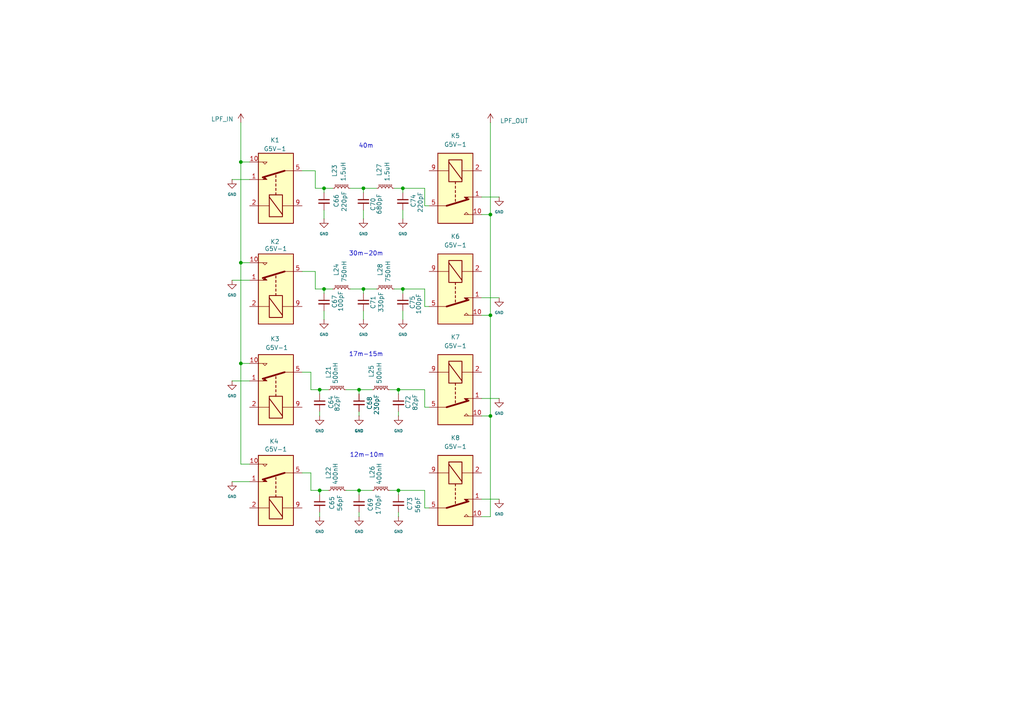
<source format=kicad_sch>
(kicad_sch (version 20250114) (generator "eeschema") (generator_version "9.0")
  (paper "A4")
  (title_block (title "Omega Radio") (comment 1 "LPF( PA continuation)"))
  (lib_symbols
    (symbol "Device:C_Small" (pin_numbers (hide yes)) (pin_names (offset 0.254) (hide yes))
      (property "Reference" "C" (at 0.254 1.778 0))
      (property "Value" "C_Small" (at 0.254 -2.032 0))
      (symbol "C_Small_0_1"
        (polyline (pts (xy -1.524 0.508) (xy 1.524 0.508)) (stroke (width 0.3048)))
        (polyline (pts (xy -1.524 -0.508) (xy 1.524 -0.508)) (stroke (width 0.3302)))
      )
      (symbol "C_Small_1_1"
        (pin passive line (at 0 2.54 270) (length 2.032) (name "~") (number "1"))
        (pin passive line (at 0 -2.54 90) (length 2.032) (name "~") (number "2"))
      )
    )
    (symbol "Device:L_Ferrite_Small" (pin_numbers (hide yes)) (pin_names (offset 0.254) (hide yes))
      (property "Reference" "L" (at 1.27 1.016 0))
      (property "Value" "L_Ferrite_Small" (at 1.27 -1.27 0))
      (symbol "L_Ferrite_Small_0_1"
        (arc (start 0 2.032) (mid 0.5058 1.524) (end 0 1.016))
        (arc (start 0 1.016) (mid 0.5058 0.508) (end 0 0))
        (arc (start 0 0) (mid 0.5058 -0.508) (end 0 -1.016))
        (arc (start 0 -1.016) (mid 0.5058 -1.524) (end 0 -2.032))
        (polyline (pts (xy 0.762 1.651) (xy 0.762 1.905)))
        (polyline (pts (xy 0.762 1.143) (xy 0.762 1.397)))
        (polyline (pts (xy 0.762 0.635) (xy 0.762 0.889)))
        (polyline (pts (xy 0.762 0.127) (xy 0.762 0.381)))
        (polyline (pts (xy 0.762 -0.381) (xy 0.762 -0.127)))
        (polyline (pts (xy 0.762 -0.889) (xy 0.762 -0.635)))
        (polyline (pts (xy 0.762 -1.397) (xy 0.762 -1.143)))
        (polyline (pts (xy 0.762 -1.905) (xy 0.762 -1.651)))
        (polyline (pts (xy 1.016 1.905) (xy 1.016 1.651)))
        (polyline (pts (xy 1.016 1.397) (xy 1.016 1.143)))
        (polyline (pts (xy 1.016 0.889) (xy 1.016 0.635)))
        (polyline (pts (xy 1.016 0.381) (xy 1.016 0.127)))
        (polyline (pts (xy 1.016 -0.127) (xy 1.016 -0.381)))
        (polyline (pts (xy 1.016 -0.635) (xy 1.016 -0.889)))
        (polyline (pts (xy 1.016 -1.143) (xy 1.016 -1.397)))
        (polyline (pts (xy 1.016 -1.651) (xy 1.016 -1.905)))
      )
      (symbol "L_Ferrite_Small_1_1"
        (pin passive line (at 0 2.54 270) (length 0.508) (name "~") (number "1"))
        (pin passive line (at 0 -2.54 90) (length 0.508) (name "~") (number "2"))
      )
    )
    (symbol "Relay:G5V-1"
      (property "Reference" "K" (at 11.43 3.81 0))
      (property "Value" "G5V-1" (at 11.43 1.27 0))
      (symbol "G5V-1_0_0"
        (polyline (pts (xy 7.62 5.08) (xy 7.62 2.54) (xy 6.985 3.175) (xy 7.62 3.81)))
      )
      (symbol "G5V-1_0_1"
        (rectangle (start -10.16 5.08) (end 10.16 -5.08) (stroke (width 0.254)) (fill (type background)))
        (rectangle (start -8.255 1.905) (end -1.905 -1.905) (stroke (width 0.254)))
        (polyline (pts (xy -7.62 -1.905) (xy -2.54 1.905)) (stroke (width 0.254)))
        (polyline (pts (xy -5.08 5.08) (xy -5.08 1.905)))
        (polyline (pts (xy -5.08 -5.08) (xy -5.08 -1.905)))
        (polyline (pts (xy -1.905 0) (xy -1.27 0)) (stroke (width 0.254)))
        (polyline (pts (xy -0.635 0) (xy 0 0)) (stroke (width 0.254)))
        (polyline (pts (xy 0.635 0) (xy 1.27 0)) (stroke (width 0.254)))
        (polyline (pts (xy 1.905 0) (xy 2.54 0)) (stroke (width 0.254)))
        (polyline (pts (xy 2.54 5.08) (xy 2.54 2.54) (xy 3.175 3.175) (xy 2.54 3.81)) (fill (type outline)))
        (polyline (pts (xy 3.175 0) (xy 3.81 0)) (stroke (width 0.254)))
        (polyline (pts (xy 5.08 -2.54) (xy 3.175 3.81)) (stroke (width 0.508)))
        (polyline (pts (xy 5.08 -2.54) (xy 5.08 -5.08)))
      )
      (symbol "G5V-1_1_1"
        (pin passive line (at -5.08 7.62 270) (length 2.54) (name "~") (number "2"))
        (pin passive line (at -5.08 -7.62 90) (length 2.54) (name "~") (number "9"))
        (pin passive line (at 2.54 7.62 270) (length 2.54) (name "~") (number "1"))
        (pin passive line (at 5.08 -7.62 90) (length 2.54) (name "~") (number "5"))
        (pin passive line (at 5.08 -7.62 90) (length 2.54) (hide yes) (name "~") (number "6"))
        (pin passive line (at 7.62 7.62 270) (length 2.54) (name "~") (number "10"))
      )
    )
    (symbol "power:+12V" (power) (pin_numbers (hide yes)) (pin_names (offset 0) (hide yes))
      (property "Value" "+12V" (at 0 3.556 0))
      (symbol "+12V_0_1"
        (polyline (pts (xy -0.762 1.27) (xy 0 2.54)))
        (polyline (pts (xy 0 2.54) (xy 0.762 1.27)))
        (polyline (pts (xy 0 0) (xy 0 2.54)))
      )
      (symbol "+12V_1_1"
        (pin power_in line (at 0 0 90) (length 0) (name "~") (number "1"))
      )
    )
    (symbol "power:GND" (power) (pin_numbers (hide yes)) (pin_names (offset 0) (hide yes))
      (property "Value" "GND" (at 0 -3.81 0))
      (symbol "GND_0_1"
        (polyline (pts (xy 0 0) (xy 0 -1.27) (xy 1.27 -1.27) (xy 0 -2.54) (xy -1.27 -1.27) (xy 0 -1.27)))
      )
      (symbol "GND_1_1"
        (pin power_in line (at 0 0 270) (length 0) (name "~") (number "1"))
      )
    )
  )
  (text "17m-15m" (at 106.172 102.87 0) (effects (font (size 1.27 1.27))))
  (text "12m-10m" (at 106.426 132.08 0) (effects (font (size 1.27 1.27))))
  (text "40m" (at 106.172 42.418 0) (effects (font (size 1.27 1.27))))
  (text "30m-20m" (at 106.172 73.66 0) (effects (font (size 1.27 1.27))))
  (junction (at 93.98 83.82))
  (junction (at 93.98 54.61))
  (junction (at 142.24 91.44))
  (junction (at 104.14 113.03))
  (junction (at 69.85 76.2))
  (junction (at 69.85 105.41))
  (junction (at 115.57 142.24))
  (junction (at 142.24 120.65))
  (junction (at 142.24 62.23))
  (junction (at 92.71 142.24))
  (junction (at 116.84 83.82))
  (junction (at 116.84 54.61))
  (junction (at 105.41 83.82))
  (junction (at 69.85 46.99))
  (junction (at 115.57 113.03))
  (junction (at 92.71 113.03))
  (junction (at 105.41 54.61))
  (junction (at 104.14 142.24))
  (wire (pts (xy 104.14 142.24) (xy 104.14 143.51)))
  (wire (pts (xy 92.71 114.3) (xy 92.71 113.03)))
  (wire (pts (xy 91.44 49.53) (xy 91.44 54.61)))
  (wire (pts (xy 114.3 54.61) (xy 116.84 54.61)))
  (wire (pts (xy 93.98 90.17) (xy 93.98 92.71)))
  (wire (pts (xy 90.17 137.16) (xy 90.17 142.24)))
  (wire (pts (xy 114.3 83.82) (xy 116.84 83.82)))
  (wire (pts (xy 115.57 120.65) (xy 115.57 119.38)))
  (wire (pts (xy 139.7 149.86) (xy 142.24 149.86)))
  (wire (pts (xy 124.46 118.11) (xy 123.19 118.11)))
  (wire (pts (xy 101.6 54.61) (xy 105.41 54.61)))
  (wire (pts (xy 116.84 83.82) (xy 116.84 85.09)))
  (wire (pts (xy 96.52 54.61) (xy 93.98 54.61)))
  (wire (pts (xy 139.7 120.65) (xy 142.24 120.65)))
  (wire (pts (xy 113.03 142.24) (xy 115.57 142.24)))
  (wire (pts (xy 105.41 83.82) (xy 105.41 85.09)))
  (wire (pts (xy 69.85 105.41) (xy 69.85 134.62)))
  (wire (pts (xy 93.98 54.61) (xy 91.44 54.61)))
  (wire (pts (xy 93.98 85.09) (xy 93.98 83.82)))
  (wire (pts (xy 123.19 113.03) (xy 115.57 113.03)))
  (wire (pts (xy 90.17 107.95) (xy 87.63 107.95)))
  (wire (pts (xy 93.98 60.96) (xy 93.98 63.5)))
  (wire (pts (xy 69.85 76.2) (xy 69.85 105.41)))
  (wire (pts (xy 104.14 142.24) (xy 107.95 142.24)))
  (wire (pts (xy 104.14 113.03) (xy 104.14 114.3)))
  (wire (pts (xy 92.71 143.51) (xy 92.71 142.24)))
  (wire (pts (xy 142.24 120.65) (xy 142.24 149.86)))
  (wire (pts (xy 115.57 149.86) (xy 115.57 148.59)))
  (wire (pts (xy 69.85 46.99) (xy 72.39 46.99)))
  (wire (pts (xy 69.85 35.56) (xy 69.85 46.99)))
  (wire (pts (xy 142.24 62.23) (xy 142.24 91.44)))
  (wire (pts (xy 113.03 113.03) (xy 115.57 113.03)))
  (wire (pts (xy 93.98 83.82) (xy 91.44 83.82)))
  (wire (pts (xy 72.39 76.2) (xy 69.85 76.2)))
  (wire (pts (xy 142.24 62.23) (xy 142.24 35.56)))
  (wire (pts (xy 95.25 113.03) (xy 92.71 113.03)))
  (wire (pts (xy 123.19 147.32) (xy 123.19 142.24)))
  (wire (pts (xy 144.78 115.57) (xy 139.7 115.57)))
  (wire (pts (xy 104.14 149.86) (xy 104.14 148.59)))
  (wire (pts (xy 123.19 142.24) (xy 115.57 142.24)))
  (wire (pts (xy 139.7 62.23) (xy 142.24 62.23)))
  (wire (pts (xy 139.7 91.44) (xy 142.24 91.44)))
  (wire (pts (xy 72.39 105.41) (xy 69.85 105.41)))
  (wire (pts (xy 142.24 91.44) (xy 142.24 120.65)))
  (wire (pts (xy 124.46 88.9) (xy 123.19 88.9)))
  (wire (pts (xy 95.25 142.24) (xy 92.71 142.24)))
  (wire (pts (xy 104.14 113.03) (xy 107.95 113.03)))
  (wire (pts (xy 93.98 55.88) (xy 93.98 54.61)))
  (wire (pts (xy 105.41 63.5) (xy 105.41 60.96)))
  (wire (pts (xy 67.31 139.7) (xy 72.39 139.7)))
  (wire (pts (xy 123.19 59.69) (xy 123.19 54.61)))
  (wire (pts (xy 144.78 144.78) (xy 139.7 144.78)))
  (wire (pts (xy 67.31 110.49) (xy 72.39 110.49)))
  (wire (pts (xy 123.19 88.9) (xy 123.19 83.82)))
  (wire (pts (xy 87.63 78.74) (xy 91.44 78.74)))
  (wire (pts (xy 116.84 54.61) (xy 116.84 55.88)))
  (wire (pts (xy 72.39 134.62) (xy 69.85 134.62)))
  (wire (pts (xy 105.41 83.82) (xy 109.22 83.82)))
  (wire (pts (xy 124.46 59.69) (xy 123.19 59.69)))
  (wire (pts (xy 105.41 54.61) (xy 109.22 54.61)))
  (wire (pts (xy 91.44 49.53) (xy 87.63 49.53)))
  (wire (pts (xy 116.84 63.5) (xy 116.84 60.96)))
  (wire (pts (xy 124.46 147.32) (xy 123.19 147.32)))
  (wire (pts (xy 115.57 113.03) (xy 115.57 114.3)))
  (wire (pts (xy 96.52 83.82) (xy 93.98 83.82)))
  (wire (pts (xy 91.44 78.74) (xy 91.44 83.82)))
  (wire (pts (xy 90.17 107.95) (xy 90.17 113.03)))
  (wire (pts (xy 100.33 113.03) (xy 104.14 113.03)))
  (wire (pts (xy 116.84 92.71) (xy 116.84 90.17)))
  (wire (pts (xy 67.31 81.28) (xy 72.39 81.28)))
  (wire (pts (xy 123.19 54.61) (xy 116.84 54.61)))
  (wire (pts (xy 100.33 142.24) (xy 104.14 142.24)))
  (wire (pts (xy 92.71 113.03) (xy 90.17 113.03)))
  (wire (pts (xy 92.71 148.59) (xy 92.71 149.86)))
  (wire (pts (xy 115.57 142.24) (xy 115.57 143.51)))
  (wire (pts (xy 101.6 83.82) (xy 105.41 83.82)))
  (wire (pts (xy 105.41 54.61) (xy 105.41 55.88)))
  (wire (pts (xy 123.19 118.11) (xy 123.19 113.03)))
  (wire (pts (xy 90.17 137.16) (xy 87.63 137.16)))
  (wire (pts (xy 144.78 86.36) (xy 139.7 86.36)))
  (wire (pts (xy 104.14 120.65) (xy 104.14 119.38)))
  (wire (pts (xy 144.78 57.15) (xy 139.7 57.15)))
  (wire (pts (xy 92.71 142.24) (xy 90.17 142.24)))
  (wire (pts (xy 69.85 76.2) (xy 69.85 46.99)))
  (wire (pts (xy 123.19 83.82) (xy 116.84 83.82)))
  (wire (pts (xy 92.71 119.38) (xy 92.71 120.65)))
  (wire (pts (xy 105.41 92.71) (xy 105.41 90.17)))
  (wire (pts (xy 67.31 52.07) (xy 72.39 52.07)))
  (symbol (lib_id "power:GND") (at 104.14 120.65 0) (unit 1)
    (property "Reference" "#PWR0114" (effects (hide yes)))
    (property "Value" "GND" (at 104.14 124.968 0) (effects (font (size 0.8 0.8))))
    (property "Description" "Power symbol creates a global label with name \"GND\" , ground" (effects (hide yes)))
  )
  (symbol (lib_id "Device:C_Small") (at 93.98 87.63 0) (unit 1)
    (property "Reference" "C67" (at 97.028 89.408 90) (effects (justify left)))
    (property "Value" "100pF" (at 98.806 90.424 90) (effects (justify left)))
    (property "Description" "Unpolarized capacitor, small symbol" (effects (hide yes)))
  )
  (symbol (lib_id "Device:C_Small") (at 116.84 87.63 0) (unit 1)
    (property "Reference" "C75" (at 119.634 89.662 90) (effects (justify left)))
    (property "Value" "100pF" (at 121.412 91.186 90) (effects (justify left)))
    (property "Description" "Unpolarized capacitor, small symbol" (effects (hide yes)))
  )
  (symbol (lib_id "power:GND") (at 116.84 63.5 0) (unit 1)
    (property "Reference" "#PWR0120" (effects (hide yes)))
    (property "Value" "GND" (at 116.84 67.818 0) (effects (font (size 0.8 0.8))))
    (property "Description" "Power symbol creates a global label with name \"GND\" , ground" (effects (hide yes)))
  )
  (symbol (lib_id "Device:C_Small") (at 116.84 58.42 0) (unit 1)
    (property "Reference" "C74" (at 119.888 60.198 90) (effects (justify left)))
    (property "Value" "220pF" (at 121.92 61.722 90) (effects (justify left)))
    (property "Description" "Unpolarized capacitor, small symbol" (effects (hide yes)))
  )
  (symbol (lib_id "power:GND") (at 67.31 81.28 0) (unit 1)
    (property "Reference" "#PWR0106" (effects (hide yes)))
    (property "Value" "GND" (at 67.31 85.598 0) (effects (font (size 0.8 0.8))))
    (property "Description" "Power symbol creates a global label with name \"GND\" , ground" (effects (hide yes)))
  )
  (symbol (lib_id "power:GND") (at 93.98 63.5 0) (unit 1)
    (property "Reference" "#PWR0112" (effects (hide yes)))
    (property "Value" "GND" (at 93.98 67.818 0) (effects (font (size 0.8 0.8))))
    (property "Description" "Power symbol creates a global label with name \"GND\" , ground" (effects (hide yes)))
  )
  (symbol (lib_id "Device:L_Ferrite_Small") (at 111.76 83.82 90) (unit 1)
    (property "Reference" "L28" (at 110.236 78.232 0))
    (property "Value" "750nH" (at 112.522 78.74 0))
    (property "Description" "Inductor with ferrite core, small symbol" (effects (hide yes)))
  )
  (symbol (lib_id "Device:L_Ferrite_Small") (at 111.76 54.61 90) (unit 1)
    (property "Reference" "L27" (at 109.982 49.276 0))
    (property "Value" "1.5uH" (at 112.268 49.784 0))
    (property "Description" "Inductor with ferrite core, small symbol" (effects (hide yes)))
  )
  (symbol (lib_id "Device:L_Ferrite_Small") (at 110.49 142.24 90) (unit 1)
    (property "Reference" "L26" (at 107.95 136.906 0))
    (property "Value" "400nH" (at 109.982 137.414 0))
    (property "Description" "Inductor with ferrite core, small symbol" (effects (hide yes)))
  )
  (symbol (lib_id "power:GND") (at 93.98 92.71 0) (unit 1)
    (property "Reference" "#PWR0113" (effects (hide yes)))
    (property "Value" "GND" (at 93.98 97.028 0) (effects (font (size 0.8 0.8))))
    (property "Description" "Power symbol creates a global label with name \"GND\" , ground" (effects (hide yes)))
  )
  (symbol (lib_id "power:GND") (at 67.31 139.7 0) (unit 1)
    (property "Reference" "#PWR0108" (effects (hide yes)))
    (property "Value" "GND" (at 67.31 144.018 0) (effects (font (size 0.8 0.8))))
    (property "Description" "Power symbol creates a global label with name \"GND\" , ground" (effects (hide yes)))
  )
  (symbol (lib_id "Relay:G5V-1") (at 80.01 113.03 90) (unit 1)
    (property "Reference" "K3" (at 79.756 98.298 90))
    (property "Value" "G5V-1" (at 80.264 100.838 90))
    (property "Footprint" "Relay_THT:Relay_SPDT_Omron_G5V-1" (effects (hide yes)))
    (property "Datasheet" "http://omronfs.omron.com/en_US/ecb/products/pdf/en-g5v_1.pdf" (effects (hide yes)))
    (property "Description" "Ultra-miniature, Highly Sensitive SPDT Relay for Signal Circuits" (effects (hide yes)))
  )
  (symbol (lib_id "Device:C_Small") (at 93.98 58.42 0) (unit 1)
    (property "Reference" "C66" (at 97.536 60.198 90) (effects (justify left)))
    (property "Value" "220pF" (at 99.822 61.468 90) (effects (justify left)))
    (property "Description" "Unpolarized capacitor, small symbol" (effects (hide yes)))
  )
  (symbol (lib_id "Device:C_Small") (at 104.14 116.84 0) (unit 1)
    (property "Reference" "C68" (at 107.188 118.872 90) (effects (justify left)))
    (property "Value" "230pF" (at 109.22 120.396 90) (effects (justify left)))
    (property "Description" "Unpolarized capacitor, small symbol" (effects (hide yes)))
  )
  (symbol (lib_id "power:GND") (at 144.78 86.36 0) (unit 1)
    (property "Reference" "#PWR0124" (effects (hide yes)))
    (property "Value" "GND" (at 144.78 90.678 0) (effects (font (size 0.8 0.8))))
    (property "Description" "Power symbol creates a global label with name \"GND\" , ground" (effects (hide yes)))
  )
  (symbol (lib_id "power:GND") (at 92.71 120.65 0) (unit 1)
    (property "Reference" "#PWR0110" (effects (hide yes)))
    (property "Value" "GND" (at 92.71 124.968 0) (effects (font (size 0.8 0.8))))
    (property "Description" "Power symbol creates a global label with name \"GND\" , ground" (effects (hide yes)))
  )
  (symbol (lib_id "power:GND") (at 105.41 63.5 0) (unit 1)
    (property "Reference" "#PWR0116" (effects (hide yes)))
    (property "Value" "GND" (at 105.41 67.818 0) (effects (font (size 0.8 0.8))))
    (property "Description" "Power symbol creates a global label with name \"GND\" , ground" (effects (hide yes)))
  )
  (symbol (lib_id "power:+12V") (at 69.85 35.56 0) (unit 1)
    (property "Reference" "#PWR0109" (effects (hide yes)))
    (property "Value" "LPF_IN" (at 61.214 34.544 0) (effects (justify left)))
    (property "Description" "Power symbol creates a global label with name \"+12V\"" (effects (hide yes)))
  )
  (symbol (lib_id "power:GND") (at 144.78 57.15 0) (unit 1)
    (property "Reference" "#PWR0123" (effects (hide yes)))
    (property "Value" "GND" (at 144.78 61.468 0) (effects (font (size 0.8 0.8))))
    (property "Description" "Power symbol creates a global label with name \"GND\" , ground" (effects (hide yes)))
  )
  (symbol (lib_id "power:GND") (at 116.84 92.71 0) (unit 1)
    (property "Reference" "#PWR0121" (effects (hide yes)))
    (property "Value" "GND" (at 116.84 97.028 0) (effects (font (size 0.8 0.8))))
    (property "Description" "Power symbol creates a global label with name \"GND\" , ground" (effects (hide yes)))
  )
  (symbol (lib_id "Relay:G5V-1") (at 80.01 83.82 90) (unit 1)
    (property "Reference" "K2" (at 79.756 70.104 90))
    (property "Value" "G5V-1" (at 80.01 72.136 90))
    (property "Footprint" "Relay_THT:Relay_SPDT_Omron_G5V-1" (effects (hide yes)))
    (property "Datasheet" "http://omronfs.omron.com/en_US/ecb/products/pdf/en-g5v_1.pdf" (effects (hide yes)))
    (property "Description" "Ultra-miniature, Highly Sensitive SPDT Relay for Signal Circuits" (effects (hide yes)))
  )
  (symbol (lib_id "Device:C_Small") (at 105.41 58.42 0) (unit 1)
    (property "Reference" "C70" (at 108.204 61.214 90) (effects (justify left)))
    (property "Value" "680pF" (at 109.982 62.23 90) (effects (justify left)))
    (property "Description" "Unpolarized capacitor, small symbol" (effects (hide yes)))
  )
  (symbol (lib_id "power:+12V") (at 142.24 35.56 0) (unit 1)
    (property "Reference" "#PWR0122" (effects (hide yes)))
    (property "Value" "LPF_OUT" (at 145.034 35.052 0) (effects (justify left)))
    (property "Description" "Power symbol creates a global label with name \"+12V\"" (effects (hide yes)))
  )
  (symbol (lib_id "Relay:G5V-1") (at 132.08 83.82 270) (unit 1)
    (property "Reference" "K6" (at 132.08 68.58 90))
    (property "Value" "G5V-1" (at 132.08 71.12 90))
    (property "Footprint" "Relay_THT:Relay_SPDT_Omron_G5V-1" (effects (hide yes)))
    (property "Datasheet" "http://omronfs.omron.com/en_US/ecb/products/pdf/en-g5v_1.pdf" (effects (hide yes)))
    (property "Description" "Ultra-miniature, Highly Sensitive SPDT Relay for Signal Circuits" (effects (hide yes)))
  )
  (symbol (lib_id "power:GND") (at 144.78 144.78 0) (unit 1)
    (property "Reference" "#PWR0126" (effects (hide yes)))
    (property "Value" "GND" (at 144.78 149.098 0) (effects (font (size 0.8 0.8))))
    (property "Description" "Power symbol creates a global label with name \"GND\" , ground" (effects (hide yes)))
  )
  (symbol (lib_id "power:GND") (at 67.31 110.49 0) (unit 1)
    (property "Reference" "#PWR0107" (effects (hide yes)))
    (property "Value" "GND" (at 67.31 114.808 0) (effects (font (size 0.8 0.8))))
    (property "Description" "Power symbol creates a global label with name \"GND\" , ground" (effects (hide yes)))
  )
  (symbol (lib_id "Relay:G5V-1") (at 132.08 54.61 270) (unit 1)
    (property "Reference" "K5" (at 132.08 39.37 90))
    (property "Value" "G5V-1" (at 132.08 41.91 90))
    (property "Footprint" "Relay_THT:Relay_SPDT_Omron_G5V-1" (effects (hide yes)))
    (property "Datasheet" "http://omronfs.omron.com/en_US/ecb/products/pdf/en-g5v_1.pdf" (effects (hide yes)))
    (property "Description" "Ultra-miniature, Highly Sensitive SPDT Relay for Signal Circuits" (effects (hide yes)))
  )
  (symbol (lib_id "Device:C_Small") (at 115.57 116.84 0) (unit 1)
    (property "Reference" "C72" (at 118.364 118.618 90) (effects (justify left)))
    (property "Value" "82pF" (at 120.396 119.126 90) (effects (justify left)))
    (property "Description" "Unpolarized capacitor, small symbol" (effects (hide yes)))
  )
  (symbol (lib_id "Device:L_Ferrite_Small") (at 99.06 83.82 90) (unit 1)
    (property "Reference" "L24" (at 97.536 78.232 0))
    (property "Value" "750nH" (at 99.822 78.74 0))
    (property "Description" "Inductor with ferrite core, small symbol" (effects (hide yes)))
  )
  (symbol (lib_id "power:GND") (at 105.41 92.71 0) (unit 1)
    (property "Reference" "#PWR0117" (effects (hide yes)))
    (property "Value" "GND" (at 105.41 97.028 0) (effects (font (size 0.8 0.8))))
    (property "Description" "Power symbol creates a global label with name \"GND\" , ground" (effects (hide yes)))
  )
  (symbol (lib_id "power:GND") (at 92.71 149.86 0) (unit 1)
    (property "Reference" "#PWR0111" (effects (hide yes)))
    (property "Value" "GND" (at 92.71 154.178 0) (effects (font (size 0.8 0.8))))
    (property "Description" "Power symbol creates a global label with name \"GND\" , ground" (effects (hide yes)))
  )
  (symbol (lib_id "power:GND") (at 115.57 149.86 0) (unit 1)
    (property "Reference" "#PWR0119" (effects (hide yes)))
    (property "Value" "GND" (at 115.57 154.178 0) (effects (font (size 0.8 0.8))))
    (property "Description" "Power symbol creates a global label with name \"GND\" , ground" (effects (hide yes)))
  )
  (symbol (lib_id "Relay:G5V-1") (at 80.01 142.24 90) (unit 1)
    (property "Reference" "K4" (at 79.502 128.016 90))
    (property "Value" "G5V-1" (at 80.01 130.302 90))
    (property "Footprint" "Relay_THT:Relay_SPDT_Omron_G5V-1" (effects (hide yes)))
    (property "Datasheet" "http://omronfs.omron.com/en_US/ecb/products/pdf/en-g5v_1.pdf" (effects (hide yes)))
    (property "Description" "Ultra-miniature, Highly Sensitive SPDT Relay for Signal Circuits" (effects (hide yes)))
  )
  (symbol (lib_id "Device:L_Ferrite_Small") (at 97.79 113.03 90) (unit 1)
    (property "Reference" "L21" (at 95.25 107.95 0))
    (property "Value" "500nH" (at 97.282 108.204 0))
    (property "Description" "Inductor with ferrite core, small symbol" (effects (hide yes)))
  )
  (symbol (lib_id "Device:C_Small") (at 104.14 146.05 0) (unit 1)
    (property "Reference" "C69" (at 107.442 148.336 90) (effects (justify left)))
    (property "Value" "170pF" (at 109.728 149.352 90) (effects (justify left)))
    (property "Description" "Unpolarized capacitor, small symbol" (effects (hide yes)))
  )
  (symbol (lib_id "Device:C_Small") (at 92.71 116.84 0) (unit 1)
    (property "Reference" "C64" (at 96.012 118.618 90) (effects (justify left)))
    (property "Value" "82pF" (at 97.79 119.38 90) (effects (justify left)))
    (property "Description" "Unpolarized capacitor, small symbol" (effects (hide yes)))
  )
  (symbol (lib_id "Relay:G5V-1") (at 132.08 142.24 270) (unit 1)
    (property "Reference" "K8" (at 132.08 127 90))
    (property "Value" "G5V-1" (at 132.08 129.54 90))
    (property "Footprint" "Relay_THT:Relay_SPDT_Omron_G5V-1" (effects (hide yes)))
    (property "Datasheet" "http://omronfs.omron.com/en_US/ecb/products/pdf/en-g5v_1.pdf" (effects (hide yes)))
    (property "Description" "Ultra-miniature, Highly Sensitive SPDT Relay for Signal Circuits" (effects (hide yes)))
  )
  (symbol (lib_id "Device:C_Small") (at 105.41 87.63 0) (unit 1)
    (property "Reference" "C71" (at 108.204 89.662 90) (effects (justify left)))
    (property "Value" "330pF" (at 110.49 90.678 90) (effects (justify left)))
    (property "Description" "Unpolarized capacitor, small symbol" (effects (hide yes)))
  )
  (symbol (lib_id "Relay:G5V-1") (at 80.01 54.61 90) (unit 1)
    (property "Reference" "K1" (at 79.756 40.64 90))
    (property "Value" "G5V-1" (at 79.756 43.18 90))
    (property "Footprint" "Relay_THT:Relay_SPDT_Omron_G5V-1" (effects (hide yes)))
    (property "Datasheet" "http://omronfs.omron.com/en_US/ecb/products/pdf/en-g5v_1.pdf" (effects (hide yes)))
    (property "Description" "Ultra-miniature, Highly Sensitive SPDT Relay for Signal Circuits" (effects (hide yes)))
  )
  (symbol (lib_id "power:GND") (at 67.31 52.07 0) (unit 1)
    (property "Reference" "#PWR0105" (effects (hide yes)))
    (property "Value" "GND" (at 67.31 56.388 0) (effects (font (size 0.8 0.8))))
    (property "Description" "Power symbol creates a global label with name \"GND\" , ground" (effects (hide yes)))
  )
  (symbol (lib_id "power:GND") (at 144.78 115.57 0) (unit 1)
    (property "Reference" "#PWR0125" (effects (hide yes)))
    (property "Value" "GND" (at 144.78 119.888 0) (effects (font (size 0.8 0.8))))
    (property "Description" "Power symbol creates a global label with name \"GND\" , ground" (effects (hide yes)))
  )
  (symbol (lib_id "Device:L_Ferrite_Small") (at 97.79 142.24 90) (unit 1)
    (property "Reference" "L22" (at 95.25 137.16 0))
    (property "Value" "400nH" (at 97.282 137.414 0))
    (property "Description" "Inductor with ferrite core, small symbol" (effects (hide yes)))
  )
  (symbol (lib_id "Relay:G5V-1") (at 132.08 113.03 270) (unit 1)
    (property "Reference" "K7" (at 132.08 97.79 90))
    (property "Value" "G5V-1" (at 132.08 100.33 90))
    (property "Footprint" "Relay_THT:Relay_SPDT_Omron_G5V-1" (effects (hide yes)))
    (property "Datasheet" "http://omronfs.omron.com/en_US/ecb/products/pdf/en-g5v_1.pdf" (effects (hide yes)))
    (property "Description" "Ultra-miniature, Highly Sensitive SPDT Relay for Signal Circuits" (effects (hide yes)))
  )
  (symbol (lib_id "power:GND") (at 115.57 120.65 0) (unit 1)
    (property "Reference" "#PWR0118" (effects (hide yes)))
    (property "Value" "GND" (at 115.57 124.968 0) (effects (font (size 0.8 0.8))))
    (property "Description" "Power symbol creates a global label with name \"GND\" , ground" (effects (hide yes)))
  )
  (symbol (lib_id "Device:C_Small") (at 115.57 146.05 0) (unit 1)
    (property "Reference" "C73" (at 118.872 148.082 90) (effects (justify left)))
    (property "Value" "56pF" (at 121.158 148.844 90) (effects (justify left)))
    (property "Description" "Unpolarized capacitor, small symbol" (effects (hide yes)))
  )
  (symbol (lib_id "Device:C_Small") (at 92.71 146.05 0) (unit 1)
    (property "Reference" "C65" (at 96.266 147.828 90) (effects (justify left)))
    (property "Value" "56pF" (at 98.552 148.336 90) (effects (justify left)))
    (property "Description" "Unpolarized capacitor, small symbol" (effects (hide yes)))
  )
  (symbol (lib_id "power:GND") (at 104.14 149.86 0) (unit 1)
    (property "Reference" "#PWR0115" (effects (hide yes)))
    (property "Value" "GND" (at 104.14 154.178 0) (effects (font (size 0.8 0.8))))
    (property "Description" "Power symbol creates a global label with name \"GND\" , ground" (effects (hide yes)))
  )
  (symbol (lib_id "Device:L_Ferrite_Small") (at 99.06 54.61 90) (unit 1)
    (property "Reference" "L23" (at 97.028 49.53 0))
    (property "Value" "1.5uH" (at 99.568 49.784 0))
    (property "Description" "Inductor with ferrite core, small symbol" (effects (hide yes)))
  )
  (symbol (lib_id "Device:L_Ferrite_Small") (at 110.49 113.03 90) (unit 1)
    (property "Reference" "L25" (at 107.696 107.696 0))
    (property "Value" "500nH" (at 109.982 108.204 0))
    (property "Description" "Inductor with ferrite core, small symbol" (effects (hide yes)))
  )
)
</source>
